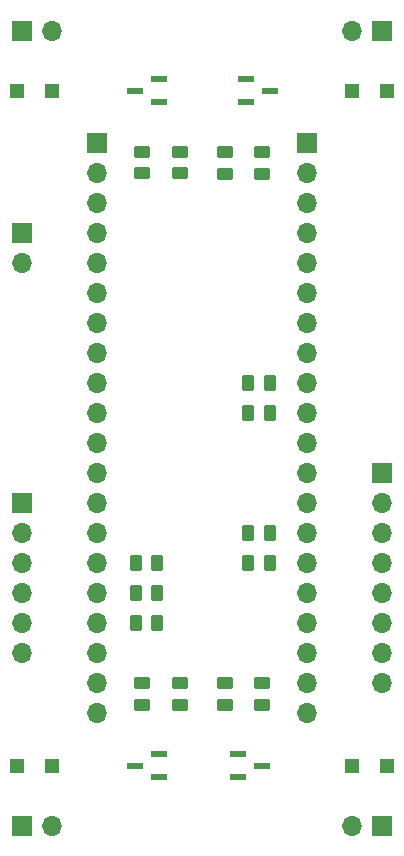
<source format=gbr>
%TF.GenerationSoftware,KiCad,Pcbnew,7.0.6-7.0.6~ubuntu22.04.1*%
%TF.CreationDate,2023-07-14T18:36:51-05:00*%
%TF.ProjectId,picodrone_controller,7069636f-6472-46f6-9e65-5f636f6e7472,rev?*%
%TF.SameCoordinates,Original*%
%TF.FileFunction,Soldermask,Top*%
%TF.FilePolarity,Negative*%
%FSLAX46Y46*%
G04 Gerber Fmt 4.6, Leading zero omitted, Abs format (unit mm)*
G04 Created by KiCad (PCBNEW 7.0.6-7.0.6~ubuntu22.04.1) date 2023-07-14 18:36:51*
%MOMM*%
%LPD*%
G01*
G04 APERTURE LIST*
G04 Aperture macros list*
%AMRoundRect*
0 Rectangle with rounded corners*
0 $1 Rounding radius*
0 $2 $3 $4 $5 $6 $7 $8 $9 X,Y pos of 4 corners*
0 Add a 4 corners polygon primitive as box body*
4,1,4,$2,$3,$4,$5,$6,$7,$8,$9,$2,$3,0*
0 Add four circle primitives for the rounded corners*
1,1,$1+$1,$2,$3*
1,1,$1+$1,$4,$5*
1,1,$1+$1,$6,$7*
1,1,$1+$1,$8,$9*
0 Add four rect primitives between the rounded corners*
20,1,$1+$1,$2,$3,$4,$5,0*
20,1,$1+$1,$4,$5,$6,$7,0*
20,1,$1+$1,$6,$7,$8,$9,0*
20,1,$1+$1,$8,$9,$2,$3,0*%
G04 Aperture macros list end*
%ADD10RoundRect,0.250000X-0.450000X0.262500X-0.450000X-0.262500X0.450000X-0.262500X0.450000X0.262500X0*%
%ADD11RoundRect,0.250000X0.262500X0.450000X-0.262500X0.450000X-0.262500X-0.450000X0.262500X-0.450000X0*%
%ADD12R,1.320800X0.558800*%
%ADD13R,1.700000X1.700000*%
%ADD14O,1.700000X1.700000*%
%ADD15RoundRect,0.250000X0.450000X-0.262500X0.450000X0.262500X-0.450000X0.262500X-0.450000X-0.262500X0*%
%ADD16RoundRect,0.183000X0.437000X0.427000X-0.437000X0.427000X-0.437000X-0.427000X0.437000X-0.427000X0*%
%ADD17RoundRect,0.250000X-0.262500X-0.450000X0.262500X-0.450000X0.262500X0.450000X-0.262500X0.450000X0*%
%ADD18RoundRect,0.183000X-0.437000X-0.427000X0.437000X-0.427000X0.437000X0.427000X-0.437000X0.427000X0*%
G04 APERTURE END LIST*
D10*
%TO.C,R7*%
X148590000Y-108585000D03*
X148590000Y-110410000D03*
%TD*%
D11*
%TO.C,R15*%
X146685000Y-100965000D03*
X144860000Y-100965000D03*
%TD*%
D12*
%TO.C,Q4*%
X144780000Y-115570000D03*
X146812000Y-116520001D03*
X146812000Y-114619999D03*
%TD*%
D13*
%TO.C,J9*%
X135255000Y-70485000D03*
D14*
X135255000Y-73025000D03*
%TD*%
D15*
%TO.C,R8*%
X145415000Y-110410000D03*
X145415000Y-108585000D03*
%TD*%
D12*
%TO.C,Q3*%
X155575000Y-115570000D03*
X153543000Y-114619999D03*
X153543000Y-116520001D03*
%TD*%
D11*
%TO.C,R13*%
X146685000Y-103505000D03*
X144860000Y-103505000D03*
%TD*%
D13*
%TO.C,J5*%
X135255000Y-53340000D03*
D14*
X137795000Y-53340000D03*
%TD*%
D10*
%TO.C,R4*%
X155575000Y-63660000D03*
X155575000Y-65485000D03*
%TD*%
D11*
%TO.C,R14*%
X146685000Y-98425000D03*
X144860000Y-98425000D03*
%TD*%
D13*
%TO.C,J6*%
X165735000Y-53340000D03*
D14*
X163195000Y-53340000D03*
%TD*%
D13*
%TO.C,J4*%
X135255000Y-93345000D03*
D14*
X135255000Y-95885000D03*
X135255000Y-98425000D03*
X135255000Y-100965000D03*
X135255000Y-103505000D03*
X135255000Y-106045000D03*
%TD*%
D16*
%TO.C,D3*%
X166175000Y-115570000D03*
X163195000Y-115570000D03*
%TD*%
D15*
%TO.C,R3*%
X152400000Y-65485000D03*
X152400000Y-63660000D03*
%TD*%
D16*
%TO.C,D2*%
X166175000Y-58420000D03*
X163195000Y-58420000D03*
%TD*%
D10*
%TO.C,R1*%
X145415000Y-63580000D03*
X145415000Y-65405000D03*
%TD*%
D17*
%TO.C,R11*%
X154385000Y-95885000D03*
X156210000Y-95885000D03*
%TD*%
D10*
%TO.C,R5*%
X152400000Y-108585000D03*
X152400000Y-110410000D03*
%TD*%
D18*
%TO.C,D1*%
X134815000Y-58420000D03*
X137795000Y-58420000D03*
%TD*%
D13*
%TO.C,J1*%
X141605000Y-62865000D03*
D14*
X141605000Y-65405000D03*
X141605000Y-67945000D03*
X141605000Y-70485000D03*
X141605000Y-73025000D03*
X141605000Y-75565000D03*
X141605000Y-78105000D03*
X141605000Y-80645000D03*
X141605000Y-83185000D03*
X141605000Y-85725000D03*
X141605000Y-88265000D03*
X141605000Y-90805000D03*
X141605000Y-93345000D03*
X141605000Y-95885000D03*
X141605000Y-98425000D03*
X141605000Y-100965000D03*
X141605000Y-103505000D03*
X141605000Y-106045000D03*
X141605000Y-108585000D03*
X141605000Y-111125000D03*
%TD*%
D13*
%TO.C,J2*%
X159385000Y-62865000D03*
D14*
X159385000Y-65405000D03*
X159385000Y-67945000D03*
X159385000Y-70485000D03*
X159385000Y-73025000D03*
X159385000Y-75565000D03*
X159385000Y-78105000D03*
X159385000Y-80645000D03*
X159385000Y-83185000D03*
X159385000Y-85725000D03*
X159385000Y-88265000D03*
X159385000Y-90805000D03*
X159385000Y-93345000D03*
X159385000Y-95885000D03*
X159385000Y-98425000D03*
X159385000Y-100965000D03*
X159385000Y-103505000D03*
X159385000Y-106045000D03*
X159385000Y-108585000D03*
X159385000Y-111125000D03*
%TD*%
D12*
%TO.C,Q1*%
X144780000Y-58420000D03*
X146812000Y-59370001D03*
X146812000Y-57469999D03*
%TD*%
D15*
%TO.C,R6*%
X155575000Y-110410000D03*
X155575000Y-108585000D03*
%TD*%
D13*
%TO.C,J3*%
X165735000Y-90805000D03*
D14*
X165735000Y-93345000D03*
X165735000Y-95885000D03*
X165735000Y-98425000D03*
X165735000Y-100965000D03*
X165735000Y-103505000D03*
X165735000Y-106045000D03*
X165735000Y-108585000D03*
%TD*%
D17*
%TO.C,R9*%
X154385000Y-83185000D03*
X156210000Y-83185000D03*
%TD*%
D12*
%TO.C,Q2*%
X156210000Y-58420000D03*
X154178000Y-57469999D03*
X154178000Y-59370001D03*
%TD*%
D17*
%TO.C,R12*%
X154385000Y-98425000D03*
X156210000Y-98425000D03*
%TD*%
D18*
%TO.C,D4*%
X134815000Y-115570000D03*
X137795000Y-115570000D03*
%TD*%
D15*
%TO.C,R2*%
X148590000Y-65405000D03*
X148590000Y-63580000D03*
%TD*%
D13*
%TO.C,J7*%
X165735000Y-120650000D03*
D14*
X163195000Y-120650000D03*
%TD*%
D11*
%TO.C,R10*%
X156210000Y-85725000D03*
X154385000Y-85725000D03*
%TD*%
D13*
%TO.C,J8*%
X135255000Y-120650000D03*
D14*
X137795000Y-120650000D03*
%TD*%
M02*

</source>
